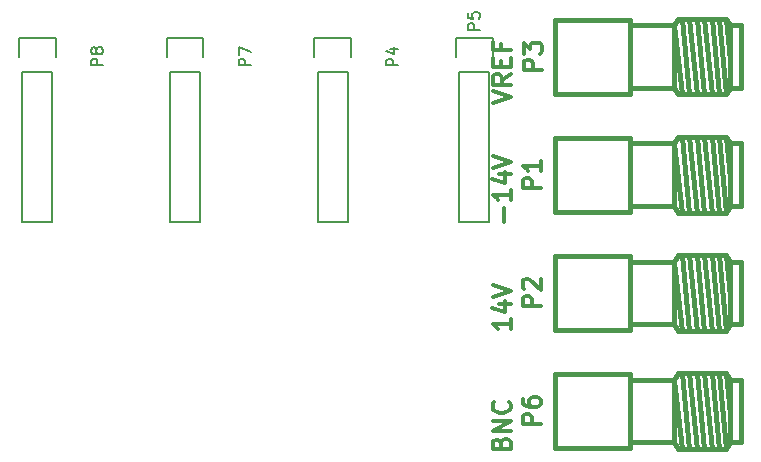
<source format=gto>
G04 #@! TF.FileFunction,Legend,Top*
%FSLAX46Y46*%
G04 Gerber Fmt 4.6, Leading zero omitted, Abs format (unit mm)*
G04 Created by KiCad (PCBNEW (2014-11-17 BZR 5289)-product) date Wed 28 Oct 2015 08:14:00 PM EDT*
%MOMM*%
G01*
G04 APERTURE LIST*
%ADD10C,0.100000*%
%ADD11C,0.381000*%
%ADD12C,0.150000*%
%ADD13C,0.304800*%
G04 APERTURE END LIST*
D10*
D11*
X158656060Y-67659380D02*
X159600940Y-67659380D01*
X158656060Y-62340620D02*
X159600940Y-62340620D01*
X150149600Y-62340620D02*
X153929120Y-62340620D01*
X150149600Y-67659380D02*
X153929120Y-67659380D01*
X158341100Y-61807220D02*
X158656060Y-65266700D01*
X154559040Y-68192780D02*
X153929120Y-62340620D01*
X154559040Y-61807220D02*
X155188960Y-68192780D01*
X155188960Y-61807220D02*
X155818880Y-68192780D01*
X155818880Y-61807220D02*
X156448800Y-68192780D01*
X156448800Y-61807220D02*
X157081260Y-68192780D01*
X157081260Y-61807220D02*
X157711180Y-68192780D01*
X157711180Y-61807220D02*
X158341100Y-68192780D01*
X158341100Y-61807220D02*
X158656060Y-62340620D01*
X158656060Y-62340620D02*
X158656060Y-67659380D01*
X158656060Y-67659380D02*
X158341100Y-68192780D01*
X158341100Y-68192780D02*
X154244080Y-68192780D01*
X154244080Y-68192780D02*
X153929120Y-67659380D01*
X153929120Y-67659380D02*
X153929120Y-62340620D01*
X153929120Y-62340620D02*
X154244080Y-61807220D01*
X154244080Y-61807220D02*
X158341100Y-61807220D01*
X159600940Y-67659380D02*
X159600940Y-62340620D01*
X150149600Y-61850400D02*
X150149600Y-68149600D01*
X150149600Y-68149600D02*
X143850400Y-68149600D01*
X143850400Y-68149600D02*
X143850400Y-61850400D01*
X143850400Y-61850400D02*
X150149600Y-61850400D01*
X158656060Y-77659380D02*
X159600940Y-77659380D01*
X158656060Y-72340620D02*
X159600940Y-72340620D01*
X150149600Y-72340620D02*
X153929120Y-72340620D01*
X150149600Y-77659380D02*
X153929120Y-77659380D01*
X158341100Y-71807220D02*
X158656060Y-75266700D01*
X154559040Y-78192780D02*
X153929120Y-72340620D01*
X154559040Y-71807220D02*
X155188960Y-78192780D01*
X155188960Y-71807220D02*
X155818880Y-78192780D01*
X155818880Y-71807220D02*
X156448800Y-78192780D01*
X156448800Y-71807220D02*
X157081260Y-78192780D01*
X157081260Y-71807220D02*
X157711180Y-78192780D01*
X157711180Y-71807220D02*
X158341100Y-78192780D01*
X158341100Y-71807220D02*
X158656060Y-72340620D01*
X158656060Y-72340620D02*
X158656060Y-77659380D01*
X158656060Y-77659380D02*
X158341100Y-78192780D01*
X158341100Y-78192780D02*
X154244080Y-78192780D01*
X154244080Y-78192780D02*
X153929120Y-77659380D01*
X153929120Y-77659380D02*
X153929120Y-72340620D01*
X153929120Y-72340620D02*
X154244080Y-71807220D01*
X154244080Y-71807220D02*
X158341100Y-71807220D01*
X159600940Y-77659380D02*
X159600940Y-72340620D01*
X150149600Y-71850400D02*
X150149600Y-78149600D01*
X150149600Y-78149600D02*
X143850400Y-78149600D01*
X143850400Y-78149600D02*
X143850400Y-71850400D01*
X143850400Y-71850400D02*
X150149600Y-71850400D01*
X158656060Y-57659380D02*
X159600940Y-57659380D01*
X158656060Y-52340620D02*
X159600940Y-52340620D01*
X150149600Y-52340620D02*
X153929120Y-52340620D01*
X150149600Y-57659380D02*
X153929120Y-57659380D01*
X158341100Y-51807220D02*
X158656060Y-55266700D01*
X154559040Y-58192780D02*
X153929120Y-52340620D01*
X154559040Y-51807220D02*
X155188960Y-58192780D01*
X155188960Y-51807220D02*
X155818880Y-58192780D01*
X155818880Y-51807220D02*
X156448800Y-58192780D01*
X156448800Y-51807220D02*
X157081260Y-58192780D01*
X157081260Y-51807220D02*
X157711180Y-58192780D01*
X157711180Y-51807220D02*
X158341100Y-58192780D01*
X158341100Y-51807220D02*
X158656060Y-52340620D01*
X158656060Y-52340620D02*
X158656060Y-57659380D01*
X158656060Y-57659380D02*
X158341100Y-58192780D01*
X158341100Y-58192780D02*
X154244080Y-58192780D01*
X154244080Y-58192780D02*
X153929120Y-57659380D01*
X153929120Y-57659380D02*
X153929120Y-52340620D01*
X153929120Y-52340620D02*
X154244080Y-51807220D01*
X154244080Y-51807220D02*
X158341100Y-51807220D01*
X159600940Y-57659380D02*
X159600940Y-52340620D01*
X150149600Y-51850400D02*
X150149600Y-58149600D01*
X150149600Y-58149600D02*
X143850400Y-58149600D01*
X143850400Y-58149600D02*
X143850400Y-51850400D01*
X143850400Y-51850400D02*
X150149600Y-51850400D01*
D12*
X135730000Y-56270000D02*
X135730000Y-68970000D01*
X135730000Y-68970000D02*
X138270000Y-68970000D01*
X138270000Y-68970000D02*
X138270000Y-56270000D01*
X135450000Y-53450000D02*
X135450000Y-55000000D01*
X135730000Y-56270000D02*
X138270000Y-56270000D01*
X138550000Y-55000000D02*
X138550000Y-53450000D01*
X138550000Y-53450000D02*
X135450000Y-53450000D01*
D11*
X158656060Y-87659380D02*
X159600940Y-87659380D01*
X158656060Y-82340620D02*
X159600940Y-82340620D01*
X150149600Y-82340620D02*
X153929120Y-82340620D01*
X150149600Y-87659380D02*
X153929120Y-87659380D01*
X158341100Y-81807220D02*
X158656060Y-85266700D01*
X154559040Y-88192780D02*
X153929120Y-82340620D01*
X154559040Y-81807220D02*
X155188960Y-88192780D01*
X155188960Y-81807220D02*
X155818880Y-88192780D01*
X155818880Y-81807220D02*
X156448800Y-88192780D01*
X156448800Y-81807220D02*
X157081260Y-88192780D01*
X157081260Y-81807220D02*
X157711180Y-88192780D01*
X157711180Y-81807220D02*
X158341100Y-88192780D01*
X158341100Y-81807220D02*
X158656060Y-82340620D01*
X158656060Y-82340620D02*
X158656060Y-87659380D01*
X158656060Y-87659380D02*
X158341100Y-88192780D01*
X158341100Y-88192780D02*
X154244080Y-88192780D01*
X154244080Y-88192780D02*
X153929120Y-87659380D01*
X153929120Y-87659380D02*
X153929120Y-82340620D01*
X153929120Y-82340620D02*
X154244080Y-81807220D01*
X154244080Y-81807220D02*
X158341100Y-81807220D01*
X159600940Y-87659380D02*
X159600940Y-82340620D01*
X150149600Y-81850400D02*
X150149600Y-88149600D01*
X150149600Y-88149600D02*
X143850400Y-88149600D01*
X143850400Y-88149600D02*
X143850400Y-81850400D01*
X143850400Y-81850400D02*
X150149600Y-81850400D01*
D12*
X123730000Y-56270000D02*
X123730000Y-68970000D01*
X123730000Y-68970000D02*
X126270000Y-68970000D01*
X126270000Y-68970000D02*
X126270000Y-56270000D01*
X123450000Y-53450000D02*
X123450000Y-55000000D01*
X123730000Y-56270000D02*
X126270000Y-56270000D01*
X126550000Y-55000000D02*
X126550000Y-53450000D01*
X126550000Y-53450000D02*
X123450000Y-53450000D01*
X111230000Y-56270000D02*
X111230000Y-68970000D01*
X111230000Y-68970000D02*
X113770000Y-68970000D01*
X113770000Y-68970000D02*
X113770000Y-56270000D01*
X110950000Y-53450000D02*
X110950000Y-55000000D01*
X111230000Y-56270000D02*
X113770000Y-56270000D01*
X114050000Y-55000000D02*
X114050000Y-53450000D01*
X114050000Y-53450000D02*
X110950000Y-53450000D01*
X98730000Y-56270000D02*
X98730000Y-68970000D01*
X98730000Y-68970000D02*
X101270000Y-68970000D01*
X101270000Y-68970000D02*
X101270000Y-56270000D01*
X98450000Y-53450000D02*
X98450000Y-55000000D01*
X98730000Y-56270000D02*
X101270000Y-56270000D01*
X101550000Y-55000000D02*
X101550000Y-53450000D01*
X101550000Y-53450000D02*
X98450000Y-53450000D01*
D13*
X142609429Y-66124857D02*
X141085429Y-66124857D01*
X141085429Y-65544285D01*
X141158000Y-65399143D01*
X141230571Y-65326571D01*
X141375714Y-65254000D01*
X141593429Y-65254000D01*
X141738571Y-65326571D01*
X141811143Y-65399143D01*
X141883714Y-65544285D01*
X141883714Y-66124857D01*
X142609429Y-63802571D02*
X142609429Y-64673428D01*
X142609429Y-64238000D02*
X141085429Y-64238000D01*
X141303143Y-64383143D01*
X141448286Y-64528285D01*
X141520857Y-64673428D01*
X139488857Y-68955143D02*
X139488857Y-67794000D01*
X140069429Y-66270000D02*
X140069429Y-67140857D01*
X140069429Y-66705429D02*
X138545429Y-66705429D01*
X138763143Y-66850572D01*
X138908286Y-66995714D01*
X138980857Y-67140857D01*
X139053429Y-64963714D02*
X140069429Y-64963714D01*
X138472857Y-65326571D02*
X139561429Y-65689428D01*
X139561429Y-64746000D01*
X138545429Y-64383142D02*
X140069429Y-63875142D01*
X138545429Y-63367142D01*
X142609429Y-76124857D02*
X141085429Y-76124857D01*
X141085429Y-75544285D01*
X141158000Y-75399143D01*
X141230571Y-75326571D01*
X141375714Y-75254000D01*
X141593429Y-75254000D01*
X141738571Y-75326571D01*
X141811143Y-75399143D01*
X141883714Y-75544285D01*
X141883714Y-76124857D01*
X141230571Y-74673428D02*
X141158000Y-74600857D01*
X141085429Y-74455714D01*
X141085429Y-74092857D01*
X141158000Y-73947714D01*
X141230571Y-73875143D01*
X141375714Y-73802571D01*
X141520857Y-73802571D01*
X141738571Y-73875143D01*
X142609429Y-74746000D01*
X142609429Y-73802571D01*
X140069429Y-77213429D02*
X140069429Y-78084286D01*
X140069429Y-77648858D02*
X138545429Y-77648858D01*
X138763143Y-77794001D01*
X138908286Y-77939143D01*
X138980857Y-78084286D01*
X139053429Y-75907143D02*
X140069429Y-75907143D01*
X138472857Y-76270000D02*
X139561429Y-76632857D01*
X139561429Y-75689429D01*
X138545429Y-75326571D02*
X140069429Y-74818571D01*
X138545429Y-74310571D01*
X142689429Y-56124857D02*
X141165429Y-56124857D01*
X141165429Y-55544285D01*
X141238000Y-55399143D01*
X141310571Y-55326571D01*
X141455714Y-55254000D01*
X141673429Y-55254000D01*
X141818571Y-55326571D01*
X141891143Y-55399143D01*
X141963714Y-55544285D01*
X141963714Y-56124857D01*
X141165429Y-54746000D02*
X141165429Y-53802571D01*
X141746000Y-54310571D01*
X141746000Y-54092857D01*
X141818571Y-53947714D01*
X141891143Y-53875143D01*
X142036286Y-53802571D01*
X142399143Y-53802571D01*
X142544286Y-53875143D01*
X142616857Y-53947714D01*
X142689429Y-54092857D01*
X142689429Y-54528285D01*
X142616857Y-54673428D01*
X142544286Y-54746000D01*
X138545429Y-58882571D02*
X140069429Y-58374571D01*
X138545429Y-57866571D01*
X140069429Y-56487714D02*
X139343714Y-56995714D01*
X140069429Y-57358571D02*
X138545429Y-57358571D01*
X138545429Y-56777999D01*
X138618000Y-56632857D01*
X138690571Y-56560285D01*
X138835714Y-56487714D01*
X139053429Y-56487714D01*
X139198571Y-56560285D01*
X139271143Y-56632857D01*
X139343714Y-56777999D01*
X139343714Y-57358571D01*
X139271143Y-55834571D02*
X139271143Y-55326571D01*
X140069429Y-55108857D02*
X140069429Y-55834571D01*
X138545429Y-55834571D01*
X138545429Y-55108857D01*
X139271143Y-53947714D02*
X139271143Y-54455714D01*
X140069429Y-54455714D02*
X138545429Y-54455714D01*
X138545429Y-53730000D01*
D12*
X137452381Y-52738095D02*
X136452381Y-52738095D01*
X136452381Y-52357142D01*
X136500000Y-52261904D01*
X136547619Y-52214285D01*
X136642857Y-52166666D01*
X136785714Y-52166666D01*
X136880952Y-52214285D01*
X136928571Y-52261904D01*
X136976190Y-52357142D01*
X136976190Y-52738095D01*
X136452381Y-51261904D02*
X136452381Y-51738095D01*
X136928571Y-51785714D01*
X136880952Y-51738095D01*
X136833333Y-51642857D01*
X136833333Y-51404761D01*
X136880952Y-51309523D01*
X136928571Y-51261904D01*
X137023810Y-51214285D01*
X137261905Y-51214285D01*
X137357143Y-51261904D01*
X137404762Y-51309523D01*
X137452381Y-51404761D01*
X137452381Y-51642857D01*
X137404762Y-51738095D01*
X137357143Y-51785714D01*
D13*
X142609429Y-86124857D02*
X141085429Y-86124857D01*
X141085429Y-85544285D01*
X141158000Y-85399143D01*
X141230571Y-85326571D01*
X141375714Y-85254000D01*
X141593429Y-85254000D01*
X141738571Y-85326571D01*
X141811143Y-85399143D01*
X141883714Y-85544285D01*
X141883714Y-86124857D01*
X141085429Y-83947714D02*
X141085429Y-84238000D01*
X141158000Y-84383143D01*
X141230571Y-84455714D01*
X141448286Y-84600857D01*
X141738571Y-84673428D01*
X142319143Y-84673428D01*
X142464286Y-84600857D01*
X142536857Y-84528285D01*
X142609429Y-84383143D01*
X142609429Y-84092857D01*
X142536857Y-83947714D01*
X142464286Y-83875143D01*
X142319143Y-83802571D01*
X141956286Y-83802571D01*
X141811143Y-83875143D01*
X141738571Y-83947714D01*
X141666000Y-84092857D01*
X141666000Y-84383143D01*
X141738571Y-84528285D01*
X141811143Y-84600857D01*
X141956286Y-84673428D01*
X139271143Y-87721428D02*
X139343714Y-87503714D01*
X139416286Y-87431142D01*
X139561429Y-87358571D01*
X139779143Y-87358571D01*
X139924286Y-87431142D01*
X139996857Y-87503714D01*
X140069429Y-87648856D01*
X140069429Y-88229428D01*
X138545429Y-88229428D01*
X138545429Y-87721428D01*
X138618000Y-87576285D01*
X138690571Y-87503714D01*
X138835714Y-87431142D01*
X138980857Y-87431142D01*
X139126000Y-87503714D01*
X139198571Y-87576285D01*
X139271143Y-87721428D01*
X139271143Y-88229428D01*
X140069429Y-86705428D02*
X138545429Y-86705428D01*
X140069429Y-85834571D01*
X138545429Y-85834571D01*
X139924286Y-84238000D02*
X139996857Y-84310571D01*
X140069429Y-84528285D01*
X140069429Y-84673428D01*
X139996857Y-84891143D01*
X139851714Y-85036285D01*
X139706571Y-85108857D01*
X139416286Y-85181428D01*
X139198571Y-85181428D01*
X138908286Y-85108857D01*
X138763143Y-85036285D01*
X138618000Y-84891143D01*
X138545429Y-84673428D01*
X138545429Y-84528285D01*
X138618000Y-84310571D01*
X138690571Y-84238000D01*
D12*
X130552381Y-55738095D02*
X129552381Y-55738095D01*
X129552381Y-55357142D01*
X129600000Y-55261904D01*
X129647619Y-55214285D01*
X129742857Y-55166666D01*
X129885714Y-55166666D01*
X129980952Y-55214285D01*
X130028571Y-55261904D01*
X130076190Y-55357142D01*
X130076190Y-55738095D01*
X129885714Y-54309523D02*
X130552381Y-54309523D01*
X129504762Y-54547619D02*
X130219048Y-54785714D01*
X130219048Y-54166666D01*
X118052381Y-55738095D02*
X117052381Y-55738095D01*
X117052381Y-55357142D01*
X117100000Y-55261904D01*
X117147619Y-55214285D01*
X117242857Y-55166666D01*
X117385714Y-55166666D01*
X117480952Y-55214285D01*
X117528571Y-55261904D01*
X117576190Y-55357142D01*
X117576190Y-55738095D01*
X117052381Y-54833333D02*
X117052381Y-54166666D01*
X118052381Y-54595238D01*
X105552381Y-55738095D02*
X104552381Y-55738095D01*
X104552381Y-55357142D01*
X104600000Y-55261904D01*
X104647619Y-55214285D01*
X104742857Y-55166666D01*
X104885714Y-55166666D01*
X104980952Y-55214285D01*
X105028571Y-55261904D01*
X105076190Y-55357142D01*
X105076190Y-55738095D01*
X104980952Y-54595238D02*
X104933333Y-54690476D01*
X104885714Y-54738095D01*
X104790476Y-54785714D01*
X104742857Y-54785714D01*
X104647619Y-54738095D01*
X104600000Y-54690476D01*
X104552381Y-54595238D01*
X104552381Y-54404761D01*
X104600000Y-54309523D01*
X104647619Y-54261904D01*
X104742857Y-54214285D01*
X104790476Y-54214285D01*
X104885714Y-54261904D01*
X104933333Y-54309523D01*
X104980952Y-54404761D01*
X104980952Y-54595238D01*
X105028571Y-54690476D01*
X105076190Y-54738095D01*
X105171429Y-54785714D01*
X105361905Y-54785714D01*
X105457143Y-54738095D01*
X105504762Y-54690476D01*
X105552381Y-54595238D01*
X105552381Y-54404761D01*
X105504762Y-54309523D01*
X105457143Y-54261904D01*
X105361905Y-54214285D01*
X105171429Y-54214285D01*
X105076190Y-54261904D01*
X105028571Y-54309523D01*
X104980952Y-54404761D01*
M02*

</source>
